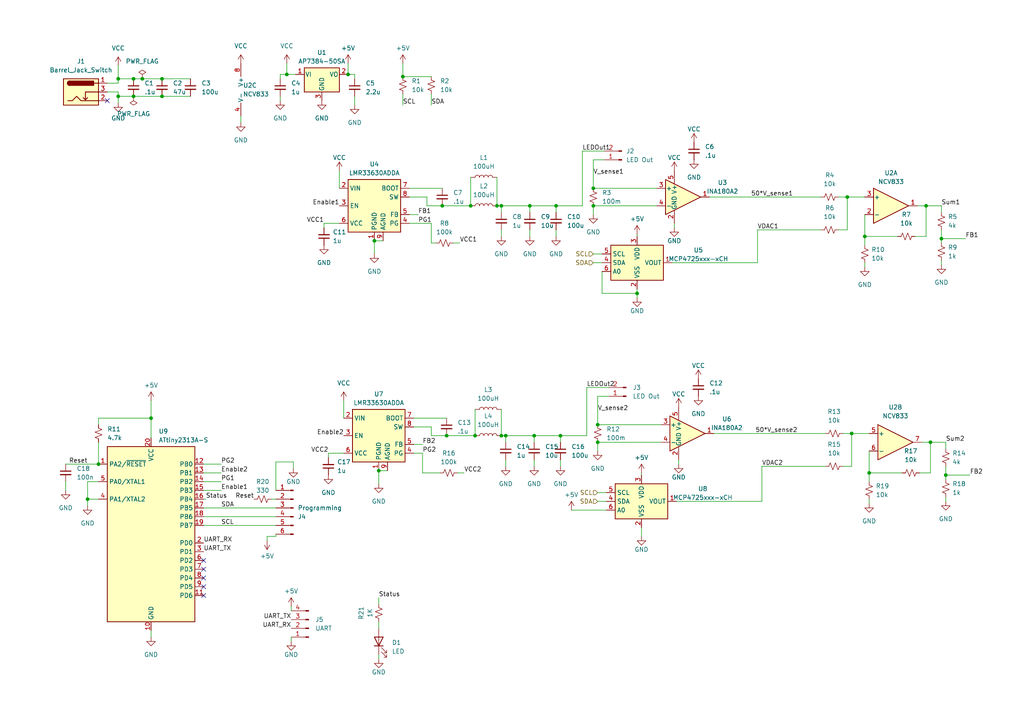
<source format=kicad_sch>
(kicad_sch (version 20230121) (generator eeschema)
  (paper "A4")
  (lib_symbols
    (symbol "Amplifier_Current:INA180A2" (pin_names (offset 0.127))
      (property "Reference" "U" (at 3.81 3.81 0))
      (property "Value" "INA180A2" (at 3.81 -2.54 0))
      (symbol "INA180A2_0_1"
        (polyline (pts (xy 5.08 0) (xy -5.08 5.08) (xy -5.08 -5.08) (xy 5.08 0)) (stroke (width 0.254)) (fill (type background)))
      )
      (symbol "INA180A2_1_1"
        (pin output line (at 7.62 0 180) (length 2.54) (name "~") (number "1"))
        (pin power_in line (at -2.54 -7.62 90) (length 3.81) (name "GND") (number "2"))
        (pin input line (at -7.62 2.54 0) (length 2.54) (name "+") (number "3"))
        (pin input line (at -7.62 -2.54 0) (length 2.54) (name "-") (number "4"))
        (pin power_in line (at -2.54 7.62 270) (length 3.81) (name "V+") (number "5"))
      )
    )
    (symbol "Amplifier_Operational:LM358" (pin_names (offset 0.127))
      (property "Reference" "U" (at 0 5.08 0))
      (property "Value" "LM358" (at 0 -5.08 0))
      (symbol "LM358_1_1"
        (polyline (pts (xy -5.08 5.08) (xy 5.08 0) (xy -5.08 -5.08) (xy -5.08 5.08)) (stroke (width 0.254)) (fill (type background)))
        (pin output line (at 7.62 0 180) (length 2.54) (name "~") (number "1"))
        (pin input line (at -7.62 -2.54 0) (length 2.54) (name "-") (number "2"))
        (pin input line (at -7.62 2.54 0) (length 2.54) (name "+") (number "3"))
      )
      (symbol "LM358_2_1"
        (polyline (pts (xy -5.08 5.08) (xy 5.08 0) (xy -5.08 -5.08) (xy -5.08 5.08)) (stroke (width 0.254)) (fill (type background)))
        (pin input line (at -7.62 2.54 0) (length 2.54) (name "+") (number "5"))
        (pin input line (at -7.62 -2.54 0) (length 2.54) (name "-") (number "6"))
        (pin output line (at 7.62 0 180) (length 2.54) (name "~") (number "7"))
      )
      (symbol "LM358_3_1"
        (pin power_in line (at -2.54 -7.62 90) (length 3.81) (name "V-") (number "4"))
        (pin power_in line (at -2.54 7.62 270) (length 3.81) (name "V+") (number "8"))
      )
    )
    (symbol "Analog_DAC:MCP4725xxx-xCH"
      (property "Reference" "U" (at -6.35 6.35 0))
      (property "Value" "MCP4725xxx-xCH" (at 8.89 6.35 0))
      (symbol "MCP4725xxx-xCH_0_1"
        (rectangle (start -7.62 5.08) (end 7.62 -5.08) (stroke (width 0.254)) (fill (type background)))
      )
      (symbol "MCP4725xxx-xCH_1_1"
        (pin output line (at 10.16 0 180) (length 2.54) (name "VOUT") (number "1"))
        (pin power_in line (at 0 -7.62 90) (length 2.54) (name "VSS") (number "2"))
        (pin power_in line (at 0 7.62 270) (length 2.54) (name "VDD") (number "3"))
        (pin bidirectional line (at -10.16 0 0) (length 2.54) (name "SDA") (number "4"))
        (pin input line (at -10.16 2.54 0) (length 2.54) (name "SCL") (number "5"))
        (pin input line (at -10.16 -2.54 0) (length 2.54) (name "A0") (number "6"))
      )
    )
    (symbol "Connector:Barrel_Jack_Switch" (pin_names hide)
      (property "Reference" "J" (at 0 5.334 0))
      (property "Value" "Barrel_Jack_Switch" (at 0 -5.08 0))
      (symbol "Barrel_Jack_Switch_0_1"
        (rectangle (start -5.08 3.81) (end 5.08 -3.81) (stroke (width 0.254)) (fill (type background)))
        (arc (start -3.302 3.175) (mid -3.9343 2.54) (end -3.302 1.905) (stroke (width 0.254)))
        (arc (start -3.302 3.175) (mid -3.9343 2.54) (end -3.302 1.905) (stroke (width 0.254)) (fill (type outline)))
        (polyline (pts (xy 1.27 -2.286) (xy 1.905 -1.651)) (stroke (width 0.254)))
        (polyline (pts (xy 5.08 2.54) (xy 3.81 2.54)) (stroke (width 0.254)))
        (polyline (pts (xy 5.08 0) (xy 1.27 0) (xy 1.27 -2.286) (xy 0.635 -1.651)) (stroke (width 0.254)))
        (polyline (pts (xy -3.81 -2.54) (xy -2.54 -2.54) (xy -1.27 -1.27) (xy 0 -2.54) (xy 2.54 -2.54) (xy 5.08 -2.54)) (stroke (width 0.254)))
        (rectangle (start 3.683 3.175) (end -3.302 1.905) (stroke (width 0.254)) (fill (type outline)))
      )
      (symbol "Barrel_Jack_Switch_1_1"
        (pin passive line (at 7.62 2.54 180) (length 2.54) (name "~") (number "1"))
        (pin passive line (at 7.62 -2.54 180) (length 2.54) (name "~") (number "2"))
        (pin passive line (at 7.62 0 180) (length 2.54) (name "~") (number "3"))
      )
    )
    (symbol "Connector:Conn_01x02_Pin" (pin_names (offset 1.016) hide)
      (property "Reference" "J" (at 0 2.54 0))
      (property "Value" "Conn_01x02_Pin" (at 0 -5.08 0))
      (symbol "Conn_01x02_Pin_1_1"
        (polyline (pts (xy 1.27 -2.54) (xy 0.8636 -2.54)) (stroke (width 0.1524)))
        (polyline (pts (xy 1.27 0) (xy 0.8636 0)) (stroke (width 0.1524)))
        (rectangle (start 0.8636 -2.413) (end 0 -2.667) (stroke (width 0.1524)) (fill (type outline)))
        (rectangle (start 0.8636 0.127) (end 0 -0.127) (stroke (width 0.1524)) (fill (type outline)))
        (pin passive line (at 5.08 0 180) (length 3.81) (name "Pin_1") (number "1"))
        (pin passive line (at 5.08 -2.54 180) (length 3.81) (name "Pin_2") (number "2"))
      )
    )
    (symbol "Connector:Conn_01x04_Pin" (pin_names (offset 1.016) hide)
      (property "Reference" "J" (at 0 5.08 0))
      (property "Value" "Conn_01x04_Pin" (at 0 -7.62 0))
      (symbol "Conn_01x04_Pin_1_1"
        (polyline (pts (xy 1.27 -5.08) (xy 0.8636 -5.08)) (stroke (width 0.1524)))
        (polyline (pts (xy 1.27 -2.54) (xy 0.8636 -2.54)) (stroke (width 0.1524)))
        (polyline (pts (xy 1.27 0) (xy 0.8636 0)) (stroke (width 0.1524)))
        (polyline (pts (xy 1.27 2.54) (xy 0.8636 2.54)) (stroke (width 0.1524)))
        (rectangle (start 0.8636 -4.953) (end 0 -5.207) (stroke (width 0.1524)) (fill (type outline)))
        (rectangle (start 0.8636 -2.413) (end 0 -2.667) (stroke (width 0.1524)) (fill (type outline)))
        (rectangle (start 0.8636 0.127) (end 0 -0.127) (stroke (width 0.1524)) (fill (type outline)))
        (rectangle (start 0.8636 2.667) (end 0 2.413) (stroke (width 0.1524)) (fill (type outline)))
        (pin passive line (at 5.08 2.54 180) (length 3.81) (name "Pin_1") (number "1"))
        (pin passive line (at 5.08 0 180) (length 3.81) (name "Pin_2") (number "2"))
        (pin passive line (at 5.08 -2.54 180) (length 3.81) (name "Pin_3") (number "3"))
        (pin passive line (at 5.08 -5.08 180) (length 3.81) (name "Pin_4") (number "4"))
      )
    )
    (symbol "Connector:Conn_01x06_Pin" (pin_names (offset 1.016) hide)
      (property "Reference" "J" (at 0 7.62 0))
      (property "Value" "Conn_01x06_Pin" (at 0 -10.16 0))
      (symbol "Conn_01x06_Pin_1_1"
        (polyline (pts (xy 1.27 -7.62) (xy 0.8636 -7.62)) (stroke (width 0.1524)))
        (polyline (pts (xy 1.27 -5.08) (xy 0.8636 -5.08)) (stroke (width 0.1524)))
        (polyline (pts (xy 1.27 -2.54) (xy 0.8636 -2.54)) (stroke (width 0.1524)))
        (polyline (pts (xy 1.27 0) (xy 0.8636 0)) (stroke (width 0.1524)))
        (polyline (pts (xy 1.27 2.54) (xy 0.8636 2.54)) (stroke (width 0.1524)))
        (polyline (pts (xy 1.27 5.08) (xy 0.8636 5.08)) (stroke (width 0.1524)))
        (rectangle (start 0.8636 -7.493) (end 0 -7.747) (stroke (width 0.1524)) (fill (type outline)))
        (rectangle (start 0.8636 -4.953) (end 0 -5.207) (stroke (width 0.1524)) (fill (type outline)))
        (rectangle (start 0.8636 -2.413) (end 0 -2.667) (stroke (width 0.1524)) (fill (type outline)))
        (rectangle (start 0.8636 0.127) (end 0 -0.127) (stroke (width 0.1524)) (fill (type outline)))
        (rectangle (start 0.8636 2.667) (end 0 2.413) (stroke (width 0.1524)) (fill (type outline)))
        (rectangle (start 0.8636 5.207) (end 0 4.953) (stroke (width 0.1524)) (fill (type outline)))
        (pin passive line (at 5.08 5.08 180) (length 3.81) (name "Pin_1") (number "1"))
        (pin passive line (at 5.08 2.54 180) (length 3.81) (name "Pin_2") (number "2"))
        (pin passive line (at 5.08 0 180) (length 3.81) (name "Pin_3") (number "3"))
        (pin passive line (at 5.08 -2.54 180) (length 3.81) (name "Pin_4") (number "4"))
        (pin passive line (at 5.08 -5.08 180) (length 3.81) (name "Pin_5") (number "5"))
        (pin passive line (at 5.08 -7.62 180) (length 3.81) (name "Pin_6") (number "6"))
      )
    )
    (symbol "Device:C_Small" (pin_numbers hide) (pin_names (offset 0.254) hide)
      (property "Reference" "C" (at 0.254 1.778 0))
      (property "Value" "C_Small" (at 0.254 -2.032 0))
      (symbol "C_Small_0_1"
        (polyline (pts (xy -1.524 -0.508) (xy 1.524 -0.508)) (stroke (width 0.3302)))
        (polyline (pts (xy -1.524 0.508) (xy 1.524 0.508)) (stroke (width 0.3048)))
      )
      (symbol "C_Small_1_1"
        (pin passive line (at 0 2.54 270) (length 2.032) (name "~") (number "1"))
        (pin passive line (at 0 -2.54 90) (length 2.032) (name "~") (number "2"))
      )
    )
    (symbol "Device:L" (pin_numbers hide) (pin_names (offset 1.016) hide)
      (property "Reference" "L" (at -1.27 0 90))
      (property "Value" "L" (at 1.905 0 90))
      (symbol "L_0_1"
        (arc (start 0 -2.54) (mid 0.6323 -1.905) (end 0 -1.27))
        (arc (start 0 -1.27) (mid 0.6323 -0.635) (end 0 0))
        (arc (start 0 0) (mid 0.6323 0.635) (end 0 1.27))
        (arc (start 0 1.27) (mid 0.6323 1.905) (end 0 2.54))
      )
      (symbol "L_1_1"
        (pin passive line (at 0 3.81 270) (length 1.27) (name "1") (number "1"))
        (pin passive line (at 0 -3.81 90) (length 1.27) (name "2") (number "2"))
      )
    )
    (symbol "Device:LED" (pin_numbers hide) (pin_names (offset 1.016) hide)
      (property "Reference" "D" (at 0 2.54 0))
      (property "Value" "LED" (at 0 -2.54 0))
      (symbol "LED_0_1"
        (polyline (pts (xy -1.27 -1.27) (xy -1.27 1.27)) (stroke (width 0.254)))
        (polyline (pts (xy -1.27 0) (xy 1.27 0)))
        (polyline (pts (xy 1.27 -1.27) (xy 1.27 1.27) (xy -1.27 0) (xy 1.27 -1.27)) (stroke (width 0.254)))
        (polyline (pts (xy -3.048 -0.762) (xy -4.572 -2.286) (xy -3.81 -2.286) (xy -4.572 -2.286) (xy -4.572 -1.524)))
        (polyline (pts (xy -1.778 -0.762) (xy -3.302 -2.286) (xy -2.54 -2.286) (xy -3.302 -2.286) (xy -3.302 -1.524)))
      )
      (symbol "LED_1_1"
        (pin passive line (at -3.81 0 0) (length 2.54) (name "K") (number "1"))
        (pin passive line (at 3.81 0 180) (length 2.54) (name "A") (number "2"))
      )
    )
    (symbol "Device:R_Small_US" (pin_numbers hide) (pin_names (offset 0.254) hide)
      (property "Reference" "R" (at 0.762 0.508 0))
      (property "Value" "R_Small_US" (at 0.762 -1.016 0))
      (symbol "R_Small_US_1_1"
        (polyline (pts (xy 0 0) (xy 1.016 -0.381) (xy 0 -0.762) (xy -1.016 -1.143) (xy 0 -1.524)))
        (polyline (pts (xy 0 1.524) (xy 1.016 1.143) (xy 0 0.762) (xy -1.016 0.381) (xy 0 0)))
        (pin passive line (at 0 2.54 270) (length 1.016) (name "~") (number "1"))
        (pin passive line (at 0 -2.54 90) (length 1.016) (name "~") (number "2"))
      )
    )
    (symbol "MCU_Microchip_ATtiny:ATtiny2313A-S"
      (property "Reference" "U" (at -12.7 26.67 0))
      (property "Value" "ATtiny2313A-S" (at 2.54 -26.67 0))
      (symbol "ATtiny2313A-S_0_1"
        (rectangle (start -12.7 -25.4) (end 12.7 25.4) (stroke (width 0.254)) (fill (type background)))
      )
      (symbol "ATtiny2313A-S_1_1"
        (pin bidirectional line (at -15.24 20.32 0) (length 2.54) (name "PA2/~{RESET}") (number "1"))
        (pin power_in line (at 0 -27.94 90) (length 2.54) (name "GND") (number "10"))
        (pin bidirectional line (at 15.24 -17.78 180) (length 2.54) (name "PD6") (number "11"))
        (pin bidirectional line (at 15.24 20.32 180) (length 2.54) (name "PB0") (number "12"))
        (pin bidirectional line (at 15.24 17.78 180) (length 2.54) (name "PB1") (number "13"))
        (pin bidirectional line (at 15.24 15.24 180) (length 2.54) (name "PB2") (number "14"))
        (pin bidirectional line (at 15.24 12.7 180) (length 2.54) (name "PB3") (number "15"))
        (pin bidirectional line (at 15.24 10.16 180) (length 2.54) (name "PB4") (number "16"))
        (pin bidirectional line (at 15.24 7.62 180) (length 2.54) (name "PB5") (number "17"))
        (pin bidirectional line (at 15.24 5.08 180) (length 2.54) (name "PB6") (number "18"))
        (pin bidirectional line (at 15.24 2.54 180) (length 2.54) (name "PB7") (number "19"))
        (pin bidirectional line (at 15.24 -2.54 180) (length 2.54) (name "PD0") (number "2"))
        (pin power_in line (at 0 27.94 270) (length 2.54) (name "VCC") (number "20"))
        (pin bidirectional line (at 15.24 -5.08 180) (length 2.54) (name "PD1") (number "3"))
        (pin bidirectional line (at -15.24 10.16 0) (length 2.54) (name "PA1/XTAL2") (number "4"))
        (pin bidirectional line (at -15.24 15.24 0) (length 2.54) (name "PA0/XTAL1") (number "5"))
        (pin bidirectional line (at 15.24 -7.62 180) (length 2.54) (name "PD2") (number "6"))
        (pin bidirectional line (at 15.24 -10.16 180) (length 2.54) (name "PD3") (number "7"))
        (pin bidirectional line (at 15.24 -12.7 180) (length 2.54) (name "PD4") (number "8"))
        (pin bidirectional line (at 15.24 -15.24 180) (length 2.54) (name "PD5") (number "9"))
      )
    )
    (symbol "Regulator_Linear:AP7384-50SA" (pin_names (offset 0.254))
      (property "Reference" "U" (at -3.81 3.175 0))
      (property "Value" "AP7384-50SA" (at 0 3.175 0))
      (symbol "AP7384-50SA_0_1"
        (rectangle (start -5.08 1.905) (end 5.08 -5.08) (stroke (width 0.254)) (fill (type background)))
      )
      (symbol "AP7384-50SA_1_1"
        (pin power_in line (at -7.62 0 0) (length 2.54) (name "VI") (number "1"))
        (pin power_out line (at 7.62 0 180) (length 2.54) (name "VO") (number "2"))
        (pin power_in line (at 0 -7.62 90) (length 2.54) (name "GND") (number "3"))
      )
    )
    (symbol "Regulator_Switching:LMR33630ADDA"
      (property "Reference" "U" (at 0 11.43 0))
      (property "Value" "LMR33630ADDA" (at 0 8.89 0))
      (symbol "LMR33630ADDA_0_1"
        (rectangle (start -7.62 7.62) (end 7.62 -7.62) (stroke (width 0.254)) (fill (type background)))
      )
      (symbol "LMR33630ADDA_1_1"
        (pin power_in line (at 0 -10.16 90) (length 2.54) (name "PGND") (number "1"))
        (pin power_in line (at -10.16 5.08 0) (length 2.54) (name "VIN") (number "2"))
        (pin input line (at -10.16 0 0) (length 2.54) (name "EN") (number "3"))
        (pin open_collector line (at 10.16 -5.08 180) (length 2.54) (name "PG") (number "4"))
        (pin input line (at 10.16 -2.54 180) (length 2.54) (name "FB") (number "5"))
        (pin power_out line (at -10.16 -5.08 0) (length 2.54) (name "VCC") (number "6"))
        (pin input line (at 10.16 5.08 180) (length 2.54) (name "BOOT") (number "7"))
        (pin output line (at 10.16 2.54 180) (length 2.54) (name "SW") (number "8"))
        (pin power_in line (at 2.54 -10.16 90) (length 2.54) (name "AGND") (number "9"))
      )
    )
    (symbol "power:+5V" (power) (pin_names (offset 0))
      (property "Value" "+5V" (at 0 3.556 0))
      (symbol "+5V_0_1"
        (polyline (pts (xy -0.762 1.27) (xy 0 2.54)))
        (polyline (pts (xy 0 0) (xy 0 2.54)))
        (polyline (pts (xy 0 2.54) (xy 0.762 1.27)))
      )
      (symbol "+5V_1_1"
        (pin power_in line (at 0 0 90) (length 0) hide (name "+5V") (number "1"))
      )
    )
    (symbol "power:GND" (power) (pin_names (offset 0))
      (property "Value" "GND" (at 0 -3.81 0))
      (symbol "GND_0_1"
        (polyline (pts (xy 0 0) (xy 0 -1.27) (xy 1.27 -1.27) (xy 0 -2.54) (xy -1.27 -1.27) (xy 0 -1.27)))
      )
      (symbol "GND_1_1"
        (pin power_in line (at 0 0 270) (length 0) hide (name "GND") (number "1"))
      )
    )
    (symbol "power:PWR_FLAG" (power) (pin_numbers hide) (pin_names (offset 0) hide)
      (property "Value" "PWR_FLAG" (at 0 3.81 0))
      (symbol "PWR_FLAG_0_0"
        (pin power_out line (at 0 0 90) (length 0) (name "pwr") (number "1"))
      )
      (symbol "PWR_FLAG_0_1"
        (polyline (pts (xy 0 0) (xy 0 1.27) (xy -1.016 1.905) (xy 0 2.54) (xy 1.016 1.905) (xy 0 1.27)))
      )
    )
    (symbol "power:VCC" (power) (pin_names (offset 0))
      (property "Value" "VCC" (at 0 3.81 0))
      (symbol "VCC_0_1"
        (polyline (pts (xy -0.762 1.27) (xy 0 2.54)))
        (polyline (pts (xy 0 0) (xy 0 2.54)))
        (polyline (pts (xy 0 2.54) (xy 0.762 1.27)))
      )
      (symbol "VCC_1_1"
        (pin power_in line (at 0 0 90) (length 0) hide (name "VCC") (number "1"))
      )
    )
  )
  (junction (at 153.67 59.69))
  (junction (at 46.99 27.94))
  (junction (at 109.855 136.525))
  (junction (at 144.145 59.69))
  (junction (at 268.605 59.69))
  (junction (at 43.815 121.285))
  (junction (at 245.745 57.15))
  (junction (at 146.685 126.365))
  (junction (at 128.27 59.69))
  (junction (at 28.575 134.62))
  (junction (at 83.185 21.59))
  (junction (at 100.965 21.59))
  (junction (at 136.525 59.69))
  (junction (at 173.355 128.27))
  (junction (at 108.585 69.85))
  (junction (at 252.095 137.16))
  (junction (at 274.32 137.795))
  (junction (at 129.54 126.365))
  (junction (at 46.99 22.86))
  (junction (at 145.415 126.365))
  (junction (at 250.825 68.58))
  (junction (at 137.795 126.365))
  (junction (at 25.4 144.78))
  (junction (at 154.94 126.365))
  (junction (at 161.29 59.69))
  (junction (at 34.29 27.94))
  (junction (at 247.015 125.73))
  (junction (at 172.085 54.61))
  (junction (at 184.785 85.09))
  (junction (at 172.085 59.69))
  (junction (at 273.05 69.215))
  (junction (at 116.84 22.225))
  (junction (at 38.735 22.86))
  (junction (at 173.355 123.19))
  (junction (at 145.415 59.69))
  (junction (at 269.875 128.27))
  (junction (at 34.29 22.86))
  (junction (at 38.735 27.94))
  (junction (at 162.56 126.365))
  (junction (at 41.275 22.86))
  (no_connect (at 31.115 29.21))
  (no_connect (at 59.055 165.1))
  (no_connect (at 59.055 162.56))
  (no_connect (at 59.055 170.18))
  (no_connect (at 59.055 172.72))
  (no_connect (at 59.055 167.64))
  (wire (pts (xy 38.735 22.86) (xy 41.275 22.86)))
  (wire (pts (xy 84.455 175.895) (xy 84.455 177.165)))
  (wire (pts (xy 196.85 134.62) (xy 196.85 133.35)))
  (wire (pts (xy 153.67 59.69) (xy 161.29 59.69)))
  (wire (pts (xy 83.185 21.59) (xy 85.725 21.59)))
  (wire (pts (xy 116.84 27.305) (xy 116.84 30.48)))
  (wire (pts (xy 186.055 137.16) (xy 186.055 137.795)))
  (wire (pts (xy 207.01 125.73) (xy 239.395 125.73)))
  (wire (pts (xy 34.29 26.67) (xy 34.29 27.94)))
  (wire (pts (xy 273.05 66.675) (xy 273.05 69.215)))
  (wire (pts (xy 174.625 85.09) (xy 184.785 85.09)))
  (wire (pts (xy 205.74 57.15) (xy 238.125 57.15)))
  (wire (pts (xy 59.69 144.78) (xy 59.055 144.78)))
  (wire (pts (xy 77.47 155.575) (xy 77.47 156.845)))
  (wire (pts (xy 38.735 27.94) (xy 46.99 27.94)))
  (wire (pts (xy 43.815 116.205) (xy 43.815 121.285)))
  (wire (pts (xy 120.015 121.285) (xy 129.54 121.285)))
  (wire (pts (xy 170.18 112.395) (xy 170.18 126.365)))
  (wire (pts (xy 93.98 64.77) (xy 98.425 64.77)))
  (wire (pts (xy 146.685 126.365) (xy 154.94 126.365)))
  (wire (pts (xy 100.965 18.415) (xy 100.965 21.59)))
  (wire (pts (xy 128.27 59.69) (xy 136.525 59.69)))
  (wire (pts (xy 273.05 76.835) (xy 273.05 75.565)))
  (wire (pts (xy 172.085 62.23) (xy 172.085 59.69)))
  (wire (pts (xy 274.32 135.255) (xy 274.32 137.795)))
  (wire (pts (xy 123.825 57.15) (xy 118.745 57.15)))
  (wire (pts (xy 170.18 112.395) (xy 176.53 112.395)))
  (wire (pts (xy 172.085 76.2) (xy 174.625 76.2)))
  (wire (pts (xy 41.275 22.86) (xy 46.99 22.86)))
  (wire (pts (xy 184.785 85.09) (xy 184.785 83.82)))
  (wire (pts (xy 46.99 27.94) (xy 55.245 27.94)))
  (wire (pts (xy 268.605 59.69) (xy 273.05 59.69)))
  (wire (pts (xy 59.055 139.7) (xy 64.135 139.7)))
  (wire (pts (xy 244.475 135.255) (xy 247.015 135.255)))
  (wire (pts (xy 125.095 27.305) (xy 125.095 30.48)))
  (wire (pts (xy 123.825 59.69) (xy 123.825 57.15)))
  (wire (pts (xy 274.32 137.795) (xy 274.32 139.065)))
  (wire (pts (xy 80.01 133.985) (xy 80.01 142.24)))
  (wire (pts (xy 131.445 70.485) (xy 133.35 70.485)))
  (wire (pts (xy 274.32 145.415) (xy 274.32 144.145)))
  (wire (pts (xy 173.355 145.415) (xy 175.895 145.415)))
  (wire (pts (xy 95.25 131.445) (xy 99.695 131.445)))
  (wire (pts (xy 184.785 67.945) (xy 184.785 68.58)))
  (wire (pts (xy 219.71 66.675) (xy 238.125 66.675)))
  (wire (pts (xy 252.095 130.81) (xy 252.095 137.16)))
  (wire (pts (xy 274.32 128.27) (xy 274.32 130.175)))
  (wire (pts (xy 194.945 76.2) (xy 219.71 76.2)))
  (wire (pts (xy 245.745 57.15) (xy 250.825 57.15)))
  (wire (pts (xy 161.29 59.69) (xy 168.91 59.69)))
  (wire (pts (xy 173.355 114.935) (xy 173.355 123.19)))
  (wire (pts (xy 173.355 130.81) (xy 173.355 128.27)))
  (wire (pts (xy 269.875 128.27) (xy 274.32 128.27)))
  (wire (pts (xy 174.625 78.74) (xy 174.625 85.09)))
  (wire (pts (xy 250.825 68.58) (xy 260.35 68.58)))
  (wire (pts (xy 132.715 137.16) (xy 134.62 137.16)))
  (wire (pts (xy 28.575 123.19) (xy 28.575 121.285)))
  (wire (pts (xy 116.84 18.415) (xy 116.84 22.225)))
  (wire (pts (xy 244.475 125.73) (xy 247.015 125.73)))
  (wire (pts (xy 85.09 133.985) (xy 80.01 133.985)))
  (wire (pts (xy 81.28 27.94) (xy 81.28 29.21)))
  (wire (pts (xy 109.855 136.525) (xy 109.855 140.335)))
  (wire (pts (xy 116.84 22.225) (xy 125.095 22.225)))
  (wire (pts (xy 268.605 68.58) (xy 265.43 68.58)))
  (wire (pts (xy 172.085 46.355) (xy 172.085 54.61)))
  (wire (pts (xy 109.855 173.355) (xy 109.855 175.26)))
  (wire (pts (xy 175.26 46.355) (xy 172.085 46.355)))
  (wire (pts (xy 252.095 137.16) (xy 252.095 139.7)))
  (wire (pts (xy 250.825 68.58) (xy 250.825 71.12)))
  (wire (pts (xy 175.895 147.955) (xy 165.735 147.955)))
  (wire (pts (xy 84.455 186.055) (xy 84.455 184.785)))
  (wire (pts (xy 162.56 128.27) (xy 162.56 126.365)))
  (wire (pts (xy 125.095 123.825) (xy 120.015 123.825)))
  (wire (pts (xy 59.055 137.16) (xy 64.135 137.16)))
  (wire (pts (xy 273.05 59.69) (xy 273.05 61.595)))
  (wire (pts (xy 80.01 155.575) (xy 80.01 154.94)))
  (wire (pts (xy 186.055 153.035) (xy 186.055 155.575)))
  (wire (pts (xy 112.395 136.525) (xy 109.855 136.525)))
  (wire (pts (xy 83.185 18.415) (xy 83.185 21.59)))
  (wire (pts (xy 59.055 149.86) (xy 80.01 149.86)))
  (wire (pts (xy 122.555 137.16) (xy 122.555 131.445)))
  (wire (pts (xy 81.28 22.86) (xy 81.28 21.59)))
  (wire (pts (xy 125.095 70.485) (xy 126.365 70.485)))
  (wire (pts (xy 93.98 64.77) (xy 93.98 66.04)))
  (wire (pts (xy 172.085 54.61) (xy 190.5 54.61)))
  (wire (pts (xy 172.085 59.69) (xy 190.5 59.69)))
  (wire (pts (xy 98.425 49.53) (xy 98.425 54.61)))
  (wire (pts (xy 25.4 144.78) (xy 25.4 146.685)))
  (wire (pts (xy 274.32 137.795) (xy 281.305 137.795)))
  (wire (pts (xy 34.29 27.94) (xy 34.29 29.845)))
  (wire (pts (xy 137.795 118.745) (xy 137.795 126.365)))
  (wire (pts (xy 146.685 128.27) (xy 146.685 126.365)))
  (wire (pts (xy 243.205 66.675) (xy 245.745 66.675)))
  (wire (pts (xy 111.125 69.85) (xy 108.585 69.85)))
  (wire (pts (xy 108.585 69.85) (xy 108.585 73.66)))
  (wire (pts (xy 78.74 144.78) (xy 80.01 144.78)))
  (wire (pts (xy 31.115 24.13) (xy 34.29 24.13)))
  (wire (pts (xy 219.71 66.675) (xy 219.71 76.2)))
  (wire (pts (xy 38.735 22.86) (xy 34.29 22.86)))
  (wire (pts (xy 69.85 35.56) (xy 69.85 33.655)))
  (wire (pts (xy 19.05 142.24) (xy 19.05 139.7)))
  (wire (pts (xy 273.05 69.215) (xy 280.035 69.215)))
  (wire (pts (xy 153.67 68.58) (xy 153.67 66.675)))
  (wire (pts (xy 136.525 51.435) (xy 136.525 59.69)))
  (wire (pts (xy 28.575 128.27) (xy 28.575 134.62)))
  (wire (pts (xy 28.575 139.7) (xy 25.4 139.7)))
  (wire (pts (xy 125.095 64.77) (xy 118.745 64.77)))
  (wire (pts (xy 59.055 152.4) (xy 80.01 152.4)))
  (wire (pts (xy 34.29 24.13) (xy 34.29 22.86)))
  (wire (pts (xy 102.87 30.48) (xy 102.87 27.94)))
  (wire (pts (xy 154.94 135.255) (xy 154.94 133.35)))
  (wire (pts (xy 59.055 134.62) (xy 64.135 134.62)))
  (wire (pts (xy 46.99 22.86) (xy 55.245 22.86)))
  (wire (pts (xy 252.095 146.05) (xy 252.095 144.78)))
  (wire (pts (xy 168.91 43.815) (xy 175.26 43.815)))
  (wire (pts (xy 243.205 57.15) (xy 245.745 57.15)))
  (wire (pts (xy 144.145 59.69) (xy 145.415 59.69)))
  (wire (pts (xy 120.015 128.905) (xy 122.555 128.905)))
  (wire (pts (xy 220.98 135.255) (xy 220.98 145.415)))
  (wire (pts (xy 269.875 128.27) (xy 269.875 137.16)))
  (wire (pts (xy 19.05 134.62) (xy 28.575 134.62)))
  (wire (pts (xy 109.855 182.245) (xy 109.855 180.34)))
  (wire (pts (xy 129.54 126.365) (xy 137.795 126.365)))
  (wire (pts (xy 269.875 137.16) (xy 266.7 137.16)))
  (wire (pts (xy 102.87 21.59) (xy 100.965 21.59)))
  (wire (pts (xy 28.575 121.285) (xy 43.815 121.285)))
  (wire (pts (xy 250.825 62.23) (xy 250.825 68.58)))
  (wire (pts (xy 122.555 137.16) (xy 127.635 137.16)))
  (wire (pts (xy 43.815 121.285) (xy 43.815 127)))
  (wire (pts (xy 109.855 191.135) (xy 109.855 189.865)))
  (wire (pts (xy 125.095 126.365) (xy 125.095 123.825)))
  (wire (pts (xy 59.055 147.32) (xy 80.01 147.32)))
  (wire (pts (xy 173.355 142.875) (xy 175.895 142.875)))
  (wire (pts (xy 120.015 131.445) (xy 122.555 131.445)))
  (wire (pts (xy 80.01 155.575) (xy 77.47 155.575)))
  (wire (pts (xy 129.54 126.365) (xy 125.095 126.365)))
  (wire (pts (xy 128.27 59.69) (xy 123.825 59.69)))
  (wire (pts (xy 34.29 19.05) (xy 34.29 22.86)))
  (wire (pts (xy 145.415 118.745) (xy 145.415 126.365)))
  (wire (pts (xy 31.115 26.67) (xy 34.29 26.67)))
  (wire (pts (xy 154.94 128.27) (xy 154.94 126.365)))
  (wire (pts (xy 125.095 70.485) (xy 125.095 64.77)))
  (wire (pts (xy 118.745 54.61) (xy 128.27 54.61)))
  (wire (pts (xy 102.87 22.86) (xy 102.87 21.59)))
  (wire (pts (xy 162.56 126.365) (xy 170.18 126.365)))
  (wire (pts (xy 34.29 27.94) (xy 38.735 27.94)))
  (wire (pts (xy 81.28 21.59) (xy 83.185 21.59)))
  (wire (pts (xy 85.09 133.985) (xy 85.09 135.89)))
  (wire (pts (xy 245.745 66.675) (xy 245.745 57.15)))
  (wire (pts (xy 145.415 61.595) (xy 145.415 59.69)))
  (wire (pts (xy 173.355 123.19) (xy 191.77 123.19)))
  (wire (pts (xy 196.215 145.415) (xy 220.98 145.415)))
  (wire (pts (xy 173.355 128.27) (xy 191.77 128.27)))
  (wire (pts (xy 59.055 142.24) (xy 64.135 142.24)))
  (wire (pts (xy 162.56 135.255) (xy 162.56 133.35)))
  (wire (pts (xy 176.53 114.935) (xy 173.355 114.935)))
  (wire (pts (xy 144.145 51.435) (xy 144.145 59.69)))
  (wire (pts (xy 252.095 137.16) (xy 261.62 137.16)))
  (wire (pts (xy 161.29 61.595) (xy 161.29 59.69)))
  (wire (pts (xy 247.015 135.255) (xy 247.015 125.73)))
  (wire (pts (xy 145.415 126.365) (xy 146.685 126.365)))
  (wire (pts (xy 118.745 62.23) (xy 121.285 62.23)))
  (wire (pts (xy 195.58 66.04) (xy 195.58 64.77)))
  (wire (pts (xy 161.29 68.58) (xy 161.29 66.675)))
  (wire (pts (xy 43.815 182.88) (xy 43.815 184.785)))
  (wire (pts (xy 250.825 77.47) (xy 250.825 76.2)))
  (wire (pts (xy 168.91 43.815) (xy 168.91 59.69)))
  (wire (pts (xy 25.4 144.78) (xy 28.575 144.78)))
  (wire (pts (xy 95.25 131.445) (xy 95.25 132.715)))
  (wire (pts (xy 269.875 128.27) (xy 267.335 128.27)))
  (wire (pts (xy 268.605 59.69) (xy 268.605 68.58)))
  (wire (pts (xy 273.05 69.215) (xy 273.05 70.485)))
  (wire (pts (xy 268.605 59.69) (xy 266.065 59.69)))
  (wire (pts (xy 153.67 61.595) (xy 153.67 59.69)))
  (wire (pts (xy 146.685 135.255) (xy 146.685 133.35)))
  (wire (pts (xy 184.785 86.36) (xy 184.785 85.09)))
  (wire (pts (xy 154.94 126.365) (xy 162.56 126.365)))
  (wire (pts (xy 145.415 59.69) (xy 153.67 59.69)))
  (wire (pts (xy 220.98 135.255) (xy 239.395 135.255)))
  (wire (pts (xy 247.015 125.73) (xy 252.095 125.73)))
  (wire (pts (xy 99.695 116.205) (xy 99.695 121.285)))
  (wire (pts (xy 172.085 73.66) (xy 174.625 73.66)))
  (wire (pts (xy 25.4 139.7) (xy 25.4 144.78)))
  (wire (pts (xy 145.415 68.58) (xy 145.415 66.675)))
  (label "VCC1" (at 93.98 64.77 180))
  (label "PG2" (at 64.135 134.62 0))
  (label "FB2" (at 122.555 128.905 0))
  (label "UART_RX" (at 59.055 157.48 0))
  (label "Reset" (at 25.4 134.62 180))
  (label "SCL" (at 64.135 152.4 0))
  (label "Enable1" (at 98.425 59.69 180))
  (label "VCC1" (at 133.35 70.485 0))
  (label "Reset" (at 73.66 144.78 180))
  (label "UART_TX" (at 59.055 160.02 0))
  (label "V_sense2" (at 173.355 119.38 0))
  (label "UART_RX" (at 84.455 182.245 180))
  (label "50*V_sense1" (at 217.805 57.15 0))
  (label "Enable1" (at 64.135 142.24 0))
  (label "UART_TX" (at 84.455 179.705 180))
  (label "Enable2" (at 99.695 126.365 180))
  (label "VCC2" (at 95.25 131.445 180))
  (label "PG1" (at 64.135 139.7 0))
  (label "V_sense1" (at 172.085 50.8 0))
  (label "50*V_sense2" (at 219.075 125.73 0))
  (label "PG2" (at 122.555 131.445 0))
  (label "VCC2" (at 134.62 137.16 0))
  (label "Enable2" (at 64.135 137.16 0))
  (label "Status" (at 59.69 144.78 0))
  (label "FB1" (at 280.035 69.215 0))
  (label "Sum1" (at 273.05 59.69 0))
  (label "PG1" (at 121.285 64.77 0))
  (label "LEDOut1" (at 168.91 43.815 0))
  (label "SDA" (at 125.095 30.48 0))
  (label "SDA" (at 64.135 147.32 0))
  (label "Sum2" (at 274.32 128.27 0))
  (label "Status" (at 109.855 173.355 0))
  (label "SCL" (at 116.84 30.48 0))
  (label "VDAC2" (at 220.98 135.255 0))
  (label "FB1" (at 121.285 62.23 0))
  (label "FB2" (at 281.305 137.795 0))
  (label "VDAC1" (at 219.71 66.675 0))
  (label "LEDOut2" (at 170.18 112.395 0))
  (hierarchical_label "SCL" (shape input) (at 173.355 142.875 180))
  (hierarchical_label "SCL" (shape input) (at 172.085 73.66 180))
  (hierarchical_label "SDA" (shape input) (at 173.355 145.415 180))
  (hierarchical_label "SDA" (shape input) (at 172.085 76.2 180))
  (symbol (lib_id "power:GND") (at 34.29 29.845 0) (unit 1)
    (property "Reference" "#PWR08" (effects hide))
    (property "Value" "GND" (at 34.29 34.29 0))
  )
  (symbol (lib_id "power:GND") (at 274.32 145.415 0) (unit 1)
    (property "Reference" "#PWR041" (effects hide))
    (property "Value" "GND" (at 274.32 150.495 0))
  )
  (symbol (lib_id "power:GND") (at 81.28 29.21 0) (unit 1)
    (property "Reference" "#PWR06" (effects hide))
    (property "Value" "GND" (at 81.28 34.29 0))
  )
  (symbol (lib_id "Device:LED") (at 109.855 186.055 90) (unit 1)
    (property "Reference" "D1" (at 113.665 186.3725 90) (effects (justify right)))
    (property "Value" "LED" (at 113.665 188.9125 90) (effects (justify right)))
    (property "Footprint" "LED_SMD:LED_0805_2012Metric" (effects hide))
  )
  (symbol (lib_id "Connector:Barrel_Jack_Switch") (at 23.495 26.67 0) (unit 1)
    (property "Reference" "J1" (at 23.495 17.78 0))
    (property "Value" "Barrel_Jack_Switch" (at 23.495 20.32 0))
    (property "Footprint" "Connector_BarrelJack:BarrelJack_Horizontal" (effects hide))
  )
  (symbol (lib_id "Device:C_Small") (at 202.565 112.395 0) (unit 1)
    (property "Reference" "C12" (at 205.74 111.1313 0) (effects (justify left)))
    (property "Value" ".1u" (at 205.74 113.6713 0) (effects (justify left)))
    (property "Footprint" "Capacitor_SMD:C_0603_1608Metric" (effects hide))
  )
  (symbol (lib_id "power:GND") (at 84.455 186.055 0) (unit 1)
    (property "Reference" "#PWR049" (effects hide))
    (property "Value" "GND" (at 84.455 189.865 0))
  )
  (symbol (lib_id "power:VCC") (at 34.29 19.05 0) (unit 1)
    (property "Reference" "#PWR05" (effects hide))
    (property "Value" "VCC" (at 34.29 13.97 0))
  )
  (symbol (lib_id "power:+5V") (at 165.735 147.955 0) (unit 1)
    (property "Reference" "#PWR044" (effects hide))
    (property "Value" "+5V" (at 165.735 143.51 0))
  )
  (symbol (lib_id "power:GND") (at 85.09 135.89 0) (unit 1)
    (property "Reference" "#PWR046" (effects hide))
    (property "Value" "GND" (at 85.09 139.7 0))
  )
  (symbol (lib_id "power:GND") (at 109.855 140.335 0) (unit 1)
    (property "Reference" "#PWR039" (effects hide))
    (property "Value" "GND" (at 109.855 145.415 0))
  )
  (symbol (lib_id "Connector:Conn_01x02_Pin") (at 180.34 46.355 180) (unit 1)
    (property "Reference" "J2" (at 181.61 43.815 0) (effects (justify right)))
    (property "Value" "LED Out" (at 181.61 46.355 0) (effects (justify right)))
    (property "Footprint" "Connector_PinSocket_2.54mm:PinSocket_1x02_P2.54mm_Vertical" (effects hide))
  )
  (symbol (lib_id "power:GND") (at 102.87 30.48 0) (unit 1)
    (property "Reference" "#PWR09" (effects hide))
    (property "Value" "GND" (at 102.87 35.56 0))
  )
  (symbol (lib_id "Connector:Conn_01x02_Pin") (at 181.61 114.935 180) (unit 1)
    (property "Reference" "J3" (at 183.515 112.395 0) (effects (justify right)))
    (property "Value" "LED Out" (at 183.515 114.935 0) (effects (justify right)))
    (property "Footprint" "Connector_PinSocket_2.54mm:PinSocket_1x02_P2.54mm_Vertical" (effects hide))
  )
  (symbol (lib_id "Device:R_Small_US") (at 274.32 132.715 180) (unit 1)
    (property "Reference" "R14" (at 276.225 131.445 0) (effects (justify right)))
    (property "Value" "4k" (at 276.225 133.985 0) (effects (justify right)))
    (property "Footprint" "Resistor_SMD:R_0603_1608Metric" (effects hide))
  )
  (symbol (lib_id "Device:C_Small") (at 129.54 123.825 0) (unit 1)
    (property "Reference" "C13" (at 132.715 122.5613 0) (effects (justify left)))
    (property "Value" ".1u" (at 132.715 125.1013 0) (effects (justify left)))
    (property "Footprint" "Capacitor_SMD:C_0603_1608Metric" (effects hide))
  )
  (symbol (lib_id "power:GND") (at 19.05 142.24 0) (unit 1)
    (property "Reference" "#PWR040" (effects hide))
    (property "Value" "GND" (at 19.05 147.32 0))
  )
  (symbol (lib_id "power:GND") (at 108.585 73.66 0) (unit 1)
    (property "Reference" "#PWR022" (effects hide))
    (property "Value" "GND" (at 108.585 78.74 0))
  )
  (symbol (lib_id "Device:R_Small_US") (at 109.855 177.8 180) (unit 1)
    (property "Reference" "R21" (at 104.775 177.8 90))
    (property "Value" "1K" (at 107.315 177.8 90))
    (property "Footprint" "Resistor_SMD:R_0603_1608Metric" (effects hide))
  )
  (symbol (lib_id "power:GND") (at 273.05 76.835 0) (unit 1)
    (property "Reference" "#PWR023" (effects hide))
    (property "Value" "GND" (at 273.05 81.915 0))
  )
  (symbol (lib_id "power:VCC") (at 99.695 116.205 0) (unit 1)
    (property "Reference" "#PWR029" (effects hide))
    (property "Value" "VCC" (at 99.695 111.125 0))
  )
  (symbol (lib_id "Amplifier_Current:INA180A2") (at 198.12 57.15 0) (unit 1)
    (property "Reference" "U3" (at 209.55 52.9591 0))
    (property "Value" "INA180A2" (at 209.55 55.4991 0))
    (property "Footprint" "Package_TO_SOT_SMD:SOT-23-5" (effects hide))
    (property "Datasheet" "http://www.ti.com/lit/ds/symlink/ina180.pdf" (effects hide))
  )
  (symbol (lib_id "power:GND") (at 184.785 86.36 0) (unit 1)
    (property "Reference" "#PWR025" (effects hide))
    (property "Value" "GND" (at 184.785 90.17 0))
  )
  (symbol (lib_id "power:VCC") (at 195.58 49.53 0) (unit 1)
    (property "Reference" "#PWR014" (effects hide))
    (property "Value" "VCC" (at 195.58 45.72 0))
  )
  (symbol (lib_id "power:GND") (at 252.095 146.05 0) (unit 1)
    (property "Reference" "#PWR042" (effects hide))
    (property "Value" "GND" (at 252.095 151.13 0))
  )
  (symbol (lib_id "Connector:Conn_01x06_Pin") (at 85.09 147.32 0) (mirror y) (unit 1)
    (property "Reference" "J4" (at 86.36 149.86 0) (effects (justify right)))
    (property "Value" "Programming" (at 86.36 147.32 0) (effects (justify right)))
    (property "Footprint" "Connector_PinSocket_2.54mm:PinSocket_1x06_P2.54mm_Vertical" (effects hide))
  )
  (symbol (lib_id "Device:R_Small_US") (at 273.05 73.025 180) (unit 1)
    (property "Reference" "R9" (at 274.955 71.755 0) (effects (justify right)))
    (property "Value" "1k" (at 274.955 74.295 0) (effects (justify right)))
    (property "Footprint" "Resistor_SMD:R_0603_1608Metric" (effects hide))
  )
  (symbol (lib_id "Connector:Conn_01x04_Pin") (at 89.535 182.245 180) (unit 1)
    (property "Reference" "J5" (at 91.44 179.705 0) (effects (justify right)))
    (property "Value" "UART" (at 91.44 182.245 0) (effects (justify right)))
    (property "Footprint" "Connector_PinSocket_2.54mm:PinSocket_1x04_P2.54mm_Vertical" (effects hide))
  )
  (symbol (lib_id "power:GND") (at 95.25 137.795 0) (unit 1)
    (property "Reference" "#PWR037" (effects hide))
    (property "Value" "GND" (at 95.25 142.875 0))
  )
  (symbol (lib_id "Device:C_Small") (at 102.87 25.4 0) (unit 1)
    (property "Reference" "C5" (at 106.045 24.1363 0) (effects (justify left)))
    (property "Value" "2.2u" (at 106.045 26.6763 0) (effects (justify left)))
    (property "Footprint" "Capacitor_SMD:C_0603_1608Metric" (effects hide))
  )
  (symbol (lib_id "Device:R_Small_US") (at 28.575 125.73 0) (unit 1)
    (property "Reference" "R11" (at 31.115 124.46 0) (effects (justify left)))
    (property "Value" "4.7k" (at 31.115 127 0) (effects (justify left)))
    (property "Footprint" "Resistor_SMD:R_0603_1608Metric" (effects hide))
  )
  (symbol (lib_id "Device:C_Small") (at 93.98 68.58 180) (unit 1)
    (property "Reference" "C11" (at 96.52 67.3036 0) (effects (justify right)))
    (property "Value" "1u" (at 96.52 69.8436 0) (effects (justify right)))
    (property "Footprint" "Capacitor_SMD:C_0603_1608Metric" (effects hide))
  )
  (symbol (lib_id "power:PWR_FLAG") (at 41.275 22.86 0) (unit 1)
    (property "Reference" "#FLG01" (effects hide))
    (property "Value" "PWR_FLAG" (at 41.275 17.78 0))
  )
  (symbol (lib_id "Device:C_Small") (at 81.28 25.4 0) (unit 1)
    (property "Reference" "C4" (at 84.455 24.1363 0) (effects (justify left)))
    (property "Value" "1u" (at 84.455 26.6763 0) (effects (justify left)))
    (property "Footprint" "Capacitor_SMD:C_0603_1608Metric" (effects hide))
  )
  (symbol (lib_id "Analog_DAC:MCP4725xxx-xCH") (at 184.785 76.2 0) (unit 1)
    (property "Reference" "U5" (at 202.565 72.5521 0))
    (property "Value" "MCP4725xxx-xCH" (at 202.565 75.0921 0))
    (property "Footprint" "Package_TO_SOT_SMD:SOT-23-6" (effects hide))
    (property "Datasheet" "http://ww1.microchip.com/downloads/en/DeviceDoc/22039d.pdf" (effects hide))
  )
  (symbol (lib_id "Regulator_Switching:LMR33630ADDA") (at 108.585 59.69 0) (unit 1)
    (property "Reference" "U4" (at 108.585 47.625 0))
    (property "Value" "LMR33630ADDA" (at 108.585 50.165 0))
    (property "Footprint" "Package_SO:Texas_HSOP-8-1EP_3.9x4.9mm_P1.27mm_ThermalVias" (effects hide))
    (property "Datasheet" "http://www.ti.com/lit/ds/symlink/lmr33630.pdf" (effects hide))
  )
  (symbol (lib_id "Device:C_Small") (at 19.05 137.16 0) (unit 1)
    (property "Reference" "C18" (at 22.225 135.8963 0) (effects (justify left)))
    (property "Value" "100n" (at 22.225 138.4363 0) (effects (justify left)))
    (property "Footprint" "Capacitor_SMD:C_0603_1608Metric" (effects hide))
  )
  (symbol (lib_id "power:VCC") (at 201.295 41.275 0) (unit 1)
    (property "Reference" "#PWR011" (effects hide))
    (property "Value" "VCC" (at 201.295 37.465 0))
  )
  (symbol (lib_id "Device:C_Small") (at 162.56 130.81 0) (unit 1)
    (property "Reference" "C16" (at 165.735 129.5463 0) (effects (justify left)))
    (property "Value" "100u" (at 165.735 132.0863 0) (effects (justify left)))
    (property "Footprint" "Capacitor_SMD:CP_Elec_6.3x7.7" (effects hide))
  )
  (symbol (lib_id "power:GND") (at 146.685 135.255 0) (unit 1)
    (property "Reference" "#PWR033" (effects hide))
    (property "Value" "GND" (at 146.685 140.335 0))
  )
  (symbol (lib_id "Device:L") (at 141.605 126.365 90) (unit 1)
    (property "Reference" "L4" (at 141.605 120.65 90))
    (property "Value" "100uH" (at 141.605 123.19 90))
    (property "Footprint" "BuckParts:IND_BOURNS_SDR1307" (effects hide))
    (property "Datasheet" "https://www.mouser.com/ProductDetail/Bourns/SDR1307-560KL?qs=jraqILX6wiRYJFPJvtTS8g%3D%3D" (effects hide))
  )
  (symbol (lib_id "Analog_DAC:MCP4725xxx-xCH") (at 186.055 145.415 0) (unit 1)
    (property "Reference" "U8" (at 203.835 141.7671 0))
    (property "Value" "MCP4725xxx-xCH" (at 203.835 144.3071 0))
    (property "Footprint" "Package_TO_SOT_SMD:SOT-23-6" (effects hide))
    (property "Datasheet" "http://ww1.microchip.com/downloads/en/DeviceDoc/22039d.pdf" (effects hide))
  )
  (symbol (lib_id "Device:C_Small") (at 161.29 64.135 0) (unit 1)
    (property "Reference" "C10" (at 164.465 62.8713 0) (effects (justify left)))
    (property "Value" "100u" (at 164.465 65.4113 0) (effects (justify left)))
    (property "Footprint" "Capacitor_SMD:CP_Elec_6.3x7.7" (effects hide))
  )
  (symbol (lib_id "power:GND") (at 172.085 62.23 0) (unit 1)
    (property "Reference" "#PWR015" (effects hide))
    (property "Value" "GND" (at 172.085 67.31 0))
  )
  (symbol (lib_id "Device:L") (at 140.335 59.69 90) (unit 1)
    (property "Reference" "L2" (at 140.335 53.975 90))
    (property "Value" "100uH" (at 140.335 56.515 90))
    (property "Footprint" "BuckParts:IND_BOURNS_SDR1307" (effects hide))
    (property "Datasheet" "https://www.mouser.com/ProductDetail/Bourns/SDR1307-560KL?qs=jraqILX6wiRYJFPJvtTS8g%3D%3D" (effects hide))
  )
  (symbol (lib_id "power:GND") (at 109.855 191.135 0) (unit 1)
    (property "Reference" "#PWR050" (effects hide))
    (property "Value" "GND" (at 109.855 194.945 0))
  )
  (symbol (lib_id "power:+5V") (at 116.84 18.415 0) (unit 1)
    (property "Reference" "#PWR04" (effects hide))
    (property "Value" "+5V" (at 116.84 13.97 0))
  )
  (symbol (lib_id "power:GND") (at 93.98 71.12 0) (unit 1)
    (property "Reference" "#PWR021" (effects hide))
    (property "Value" "GND" (at 93.98 76.2 0))
  )
  (symbol (lib_id "MCU_Microchip_ATtiny:ATtiny2313A-S") (at 43.815 154.94 0) (unit 1)
    (property "Reference" "U9" (at 46.0091 125.095 0) (effects (justify left)))
    (property "Value" "ATtiny2313A-S" (at 46.0091 127.635 0) (effects (justify left)))
    (property "Footprint" "Package_SO:SOIC-20W_7.5x12.8mm_P1.27mm" (effects hide))
    (property "Datasheet" "http://ww1.microchip.com/downloads/en/DeviceDoc/doc8246.pdf" (effects hide))
  )
  (symbol (lib_id "Device:R_Small_US") (at 250.825 73.66 180) (unit 1)
    (property "Reference" "R10" (at 252.73 72.39 0) (effects (justify right)))
    (property "Value" "10k" (at 252.73 74.93 0) (effects (justify right)))
    (property "Footprint" "Resistor_SMD:R_0603_1608Metric" (effects hide))
  )
  (symbol (lib_id "power:GND") (at 93.345 29.21 0) (unit 1)
    (property "Reference" "#PWR07" (effects hide))
    (property "Value" "GND" (at 93.345 34.29 0))
  )
  (symbol (lib_id "power:GND") (at 145.415 68.58 0) (unit 1)
    (property "Reference" "#PWR018" (effects hide))
    (property "Value" "GND" (at 145.415 73.66 0))
  )
  (symbol (lib_id "Amplifier_Operational:LM358") (at 72.39 26.035 0) (unit 3)
    (property "Reference" "U2" (at 70.485 24.765 0) (effects (justify left)))
    (property "Value" "NCV833" (at 70.485 27.305 0) (effects (justify left)))
    (property "Footprint" "Package_SO:SOIC-8_3.9x4.9mm_P1.27mm" (effects hide))
    (property "Datasheet" "http://www.ti.com/lit/ds/symlink/lm2904-n.pdf" (effects hide))
  )
  (symbol (lib_id "power:VCC") (at 196.85 118.11 0) (unit 1)
    (property "Reference" "#PWR030" (effects hide))
    (property "Value" "VCC" (at 196.85 114.3 0))
  )
  (symbol (lib_id "Device:R_Small_US") (at 241.935 125.73 270) (unit 1)
    (property "Reference" "R13" (at 241.935 119.38 90))
    (property "Value" "10k" (at 241.935 121.92 90))
    (property "Footprint" "Resistor_SMD:R_0603_1608Metric" (effects hide))
  )
  (symbol (lib_id "Device:R_Small_US") (at 116.84 24.765 0) (unit 1)
    (property "Reference" "R1" (at 119.38 23.495 0) (effects (justify left)))
    (property "Value" "10k" (at 119.38 26.035 0) (effects (justify left)))
    (property "Footprint" "Resistor_SMD:R_0603_1608Metric" (effects hide))
  )
  (symbol (lib_id "Device:R_Small_US") (at 128.905 70.485 90) (unit 1)
    (property "Reference" "R8" (at 128.905 64.77 90))
    (property "Value" "100k" (at 128.905 67.31 90))
    (property "Footprint" "Resistor_SMD:R_0603_1608Metric" (effects hide))
  )
  (symbol (lib_id "Regulator_Linear:AP7384-50SA") (at 93.345 21.59 0) (unit 1)
    (property "Reference" "U1" (at 93.345 15.24 0))
    (property "Value" "AP7384-50SA" (at 93.345 17.78 0))
    (property "Footprint" "Package_TO_SOT_SMD:SOT-23" (effects hide))
    (property "Datasheet" "https://www.diodes.com/assets/Datasheets/AP7384.pdf" (effects hide))
  )
  (symbol (lib_id "Device:C_Small") (at 154.94 130.81 0) (unit 1)
    (property "Reference" "C15" (at 158.115 129.5463 0) (effects (justify left)))
    (property "Value" "10u" (at 158.115 132.0863 0) (effects (justify left)))
    (property "Footprint" "Capacitor_SMD:C_0805_2012Metric" (effects hide))
  )
  (symbol (lib_id "power:+5V") (at 77.47 156.845 180) (unit 1)
    (property "Reference" "#PWR038" (effects hide))
    (property "Value" "+5V" (at 77.47 161.29 0))
  )
  (symbol (lib_id "Device:C_Small") (at 145.415 64.135 0) (unit 1)
    (property "Reference" "C8" (at 148.59 62.8713 0) (effects (justify left)))
    (property "Value" "1u" (at 148.59 65.4113 0) (effects (justify left)))
    (property "Footprint" "Capacitor_SMD:C_0805_2012Metric" (effects hide))
  )
  (symbol (lib_id "power:+5V") (at 43.815 116.205 0) (unit 1)
    (property "Reference" "#PWR028" (effects hide))
    (property "Value" "+5V" (at 43.815 111.76 0))
  )
  (symbol (lib_id "Device:C_Small") (at 95.25 135.255 180) (unit 1)
    (property "Reference" "C17" (at 97.79 133.9786 0) (effects (justify right)))
    (property "Value" "1u" (at 97.79 136.5186 0) (effects (justify right)))
    (property "Footprint" "Capacitor_SMD:C_0603_1608Metric" (effects hide))
  )
  (symbol (lib_id "Amplifier_Current:INA180A2") (at 199.39 125.73 0) (unit 1)
    (property "Reference" "U6" (at 210.82 121.5391 0))
    (property "Value" "INA180A2" (at 210.82 124.0791 0))
    (property "Footprint" "Package_TO_SOT_SMD:SOT-23-5" (effects hide))
    (property "Datasheet" "http://www.ti.com/lit/ds/symlink/ina180.pdf" (effects hide))
  )
  (symbol (lib_id "Device:C_Small") (at 46.99 25.4 0) (unit 1)
    (property "Reference" "C2" (at 50.165 24.1363 0) (effects (justify left)))
    (property "Value" "47u" (at 50.165 26.6763 0) (effects (justify left)))
    (property "Footprint" "Capacitor_SMD:C_0805_2012Metric" (effects hide))
  )
  (symbol (lib_id "power:GND") (at 196.85 134.62 0) (unit 1)
    (property "Reference" "#PWR032" (effects hide))
    (property "Value" "GND" (at 196.85 138.43 0))
  )
  (symbol (lib_id "Device:L") (at 140.335 51.435 90) (unit 1)
    (property "Reference" "L1" (at 140.335 45.72 90))
    (property "Value" "100uH" (at 140.335 48.26 90))
    (property "Footprint" "BuckParts:7447231101" (effects hide))
  )
  (symbol (lib_id "power:PWR_FLAG") (at 38.735 27.94 180) (unit 1)
    (property "Reference" "#FLG02" (effects hide))
    (property "Value" "PWR_FLAG" (at 38.735 33.02 0))
  )
  (symbol (lib_id "power:GND") (at 162.56 135.255 0) (unit 1)
    (property "Reference" "#PWR035" (effects hide))
    (property "Value" "GND" (at 162.56 140.335 0))
  )
  (symbol (lib_id "power:VCC") (at 202.565 109.855 0) (unit 1)
    (property "Reference" "#PWR026" (effects hide))
    (property "Value" "VCC" (at 202.565 106.045 0))
  )
  (symbol (lib_id "Device:R_Small_US") (at 130.175 137.16 90) (unit 1)
    (property "Reference" "R16" (at 130.175 131.445 90))
    (property "Value" "100k" (at 130.175 133.985 90))
    (property "Footprint" "Resistor_SMD:R_0603_1608Metric" (effects hide))
  )
  (symbol (lib_id "power:VCC") (at 98.425 49.53 0) (unit 1)
    (property "Reference" "#PWR013" (effects hide))
    (property "Value" "VCC" (at 98.425 45.72 0))
  )
  (symbol (lib_id "Device:R_Small_US") (at 76.2 144.78 90) (unit 1)
    (property "Reference" "R20" (at 76.2 139.7 90))
    (property "Value" "330" (at 76.2 142.24 90))
    (property "Footprint" "Resistor_SMD:R_0603_1608Metric" (effects hide))
  )
  (symbol (lib_id "Device:C_Small") (at 55.245 25.4 0) (unit 1)
    (property "Reference" "C3" (at 58.42 24.1363 0) (effects (justify left)))
    (property "Value" "100u" (at 58.42 26.6763 0) (effects (justify left)))
    (property "Footprint" "Capacitor_SMD:CP_Elec_6.3x7.7" (effects hide))
  )
  (symbol (lib_id "Device:R_Small_US") (at 241.935 135.255 270) (unit 1)
    (property "Reference" "R15" (at 241.935 128.905 90))
    (property "Value" "10k" (at 241.935 131.445 90))
    (property "Footprint" "Resistor_SMD:R_0603_1608Metric" (effects hide))
  )
  (symbol (lib_id "Device:R_Small_US") (at 240.665 57.15 270) (unit 1)
    (property "Reference" "R4" (at 240.665 50.8 90))
    (property "Value" "10k" (at 240.665 53.34 90))
    (property "Footprint" "Resistor_SMD:R_0603_1608Metric" (effects hide))
  )
  (symbol (lib_id "Amplifier_Operational:LM358") (at 259.715 128.27 0) (unit 2)
    (property "Reference" "U2" (at 259.715 118.11 0))
    (property "Value" "NCV833" (at 259.715 120.65 0))
    (property "Footprint" "Package_SO:SOIC-8_3.9x4.9mm_P1.27mm" (effects hide))
    (property "Datasheet" "http://www.ti.com/lit/ds/symlink/lm2904-n.pdf" (effects hide))
  )
  (symbol (lib_id "Device:R_Small_US") (at 262.89 68.58 270) (unit 1)
    (property "Reference" "R7" (at 262.89 62.23 90))
    (property "Value" "10k" (at 262.89 64.77 90))
    (property "Footprint" "Resistor_SMD:R_0603_1608Metric" (effects hide))
  )
  (symbol (lib_id "Device:R_Small_US") (at 273.05 64.135 180) (unit 1)
    (property "Reference" "R5" (at 274.955 62.865 0) (effects (justify right)))
    (property "Value" "4k" (at 274.955 65.405 0) (effects (justify right)))
    (property "Footprint" "Resistor_SMD:R_0603_1608Metric" (effects hide))
  )
  (symbol (lib_id "Device:R_Small_US") (at 172.085 57.15 0) (unit 1)
    (property "Reference" "R3" (at 174.625 55.88 0) (effects (justify left)))
    (property "Value" "100m" (at 174.625 58.42 0) (effects (justify left)))
    (property "Footprint" "Resistor_SMD:R_1206_3216Metric" (effects hide))
  )
  (symbol (lib_id "power:+5V") (at 184.785 67.945 0) (unit 1)
    (property "Reference" "#PWR017" (effects hide))
    (property "Value" "+5V" (at 184.785 63.5 0))
  )
  (symbol (lib_id "power:GND") (at 186.055 155.575 0) (unit 1)
    (property "Reference" "#PWR045" (effects hide))
    (property "Value" "GND" (at 186.055 159.385 0))
  )
  (symbol (lib_id "power:VCC") (at 69.85 18.415 0) (unit 1)
    (property "Reference" "#PWR01" (effects hide))
    (property "Value" "VCC" (at 69.85 13.335 0))
  )
  (symbol (lib_id "Amplifier_Operational:LM358") (at 258.445 59.69 0) (unit 1)
    (property "Reference" "U2" (at 258.445 50.165 0))
    (property "Value" "NCV833" (at 258.445 52.705 0))
    (property "Footprint" "Package_SO:SOIC-8_3.9x4.9mm_P1.27mm" (effects hide))
    (property "Datasheet" "http://www.ti.com/lit/ds/symlink/lm2904-n.pdf" (effects hide))
  )
  (symbol (lib_id "Device:R_Small_US") (at 240.665 66.675 270) (unit 1)
    (property "Reference" "R6" (at 240.665 60.325 90))
    (property "Value" "10k" (at 240.665 62.865 90))
    (property "Footprint" "Resistor_SMD:R_0603_1608Metric" (effects hide))
  )
  (symbol (lib_id "power:GND") (at 201.295 46.355 0) (unit 1)
    (property "Reference" "#PWR012" (effects hide))
    (property "Value" "GND" (at 201.295 51.435 0))
  )
  (symbol (lib_id "Device:R_Small_US") (at 264.16 137.16 270) (unit 1)
    (property "Reference" "R17" (at 264.16 130.81 90))
    (property "Value" "10k" (at 264.16 133.35 90))
    (property "Footprint" "Resistor_SMD:R_0603_1608Metric" (effects hide))
  )
  (symbol (lib_id "Device:C_Small") (at 146.685 130.81 0) (unit 1)
    (property "Reference" "C14" (at 149.86 129.5463 0) (effects (justify left)))
    (property "Value" "1u" (at 149.86 132.0863 0) (effects (justify left)))
    (property "Footprint" "Capacitor_SMD:C_0805_2012Metric" (effects hide))
  )
  (symbol (lib_id "Device:R_Small_US") (at 252.095 142.24 180) (unit 1)
    (property "Reference" "R19" (at 254 140.97 0) (effects (justify right)))
    (property "Value" "10k" (at 254 143.51 0) (effects (justify right)))
    (property "Footprint" "Resistor_SMD:R_0603_1608Metric" (effects hide))
  )
  (symbol (lib_id "power:GND") (at 154.94 135.255 0) (unit 1)
    (property "Reference" "#PWR034" (effects hide))
    (property "Value" "GND" (at 154.94 140.335 0))
  )
  (symbol (lib_id "Device:R_Small_US") (at 125.095 24.765 0) (unit 1)
    (property "Reference" "R2" (at 127.635 23.495 0) (effects (justify left)))
    (property "Value" "10k" (at 127.635 26.035 0) (effects (justify left)))
    (property "Footprint" "Resistor_SMD:R_0603_1608Metric" (effects hide))
  )
  (symbol (lib_id "Device:L") (at 141.605 118.745 90) (unit 1)
    (property "Reference" "L3" (at 141.605 113.03 90))
    (property "Value" "100uH" (at 141.605 115.57 90))
    (property "Footprint" "BuckParts:7447231101" (effects hide))
  )
  (symbol (lib_id "power:GND") (at 195.58 66.04 0) (unit 1)
    (property "Reference" "#PWR016" (effects hide))
    (property "Value" "GND" (at 195.58 69.85 0))
  )
  (symbol (lib_id "power:GND") (at 161.29 68.58 0) (unit 1)
    (property "Reference" "#PWR020" (effects hide))
    (property "Value" "GND" (at 161.29 73.66 0))
  )
  (symbol (lib_id "Device:C_Small") (at 153.67 64.135 0) (unit 1)
    (property "Reference" "C9" (at 156.845 62.8713 0) (effects (justify left)))
    (property "Value" "10u" (at 156.845 65.4113 0) (effects (justify left)))
    (property "Footprint" "Capacitor_SMD:C_0805_2012Metric" (effects hide))
  )
  (symbol (lib_id "power:GND") (at 153.67 68.58 0) (unit 1)
    (property "Reference" "#PWR019" (effects hide))
    (property "Value" "GND" (at 153.67 73.66 0))
  )
  (symbol (lib_id "power:GND") (at 69.85 35.56 0) (unit 1)
    (property "Reference" "#PWR010" (effects hide))
    (property "Value" "GND" (at 69.85 40.64 0))
  )
  (symbol (lib_id "power:GND") (at 250.825 77.47 0) (unit 1)
    (property "Reference" "#PWR024" (effects hide))
    (property "Value" "GND" (at 250.825 82.55 0))
  )
  (symbol (lib_id "power:VCC") (at 83.185 18.415 0) (unit 1)
    (property "Reference" "#PWR02" (effects hide))
    (property "Value" "VCC" (at 83.185 13.335 0))
  )
  (symbol (lib_id "Device:R_Small_US") (at 274.32 141.605 180) (unit 1)
    (property "Reference" "R18" (at 276.225 140.335 0) (effects (justify right)))
    (property "Value" "1k" (at 276.225 142.875 0) (effects (justify right)))
    (property "Footprint" "Resistor_SMD:R_0603_1608Metric" (effects hide))
  )
  (symbol (lib_id "power:GND") (at 25.4 146.685 0) (unit 1)
    (property "Reference" "#PWR043" (effects hide))
    (property "Value" "GND" (at 25.4 151.765 0))
  )
  (symbol (lib_id "Device:C_Small") (at 201.295 43.815 0) (unit 1)
    (property "Reference" "C6" (at 204.47 42.5513 0) (effects (justify left)))
    (property "Value" ".1u" (at 204.47 45.0913 0) (effects (justify left)))
    (property "Footprint" "Capacitor_SMD:C_0603_1608Metric" (effects hide))
  )
  (symbol (lib_id "power:+5V") (at 186.055 137.16 0) (unit 1)
    (property "Reference" "#PWR036" (effects hide))
    (property "Value" "+5V" (at 186.055 132.715 0))
  )
  (symbol (lib_id "Device:R_Small_US") (at 173.355 125.73 0) (unit 1)
    (property "Reference" "R12" (at 175.895 124.46 0) (effects (justify left)))
    (property "Value" "100m" (at 175.895 127 0) (effects (justify left)))
    (property "Footprint" "Resistor_SMD:R_1206_3216Metric" (effects hide))
  )
  (symbol (lib_id "power:+5V") (at 84.455 175.895 0) (unit 1)
    (property "Reference" "#PWR047" (effects hide))
    (property "Value" "+5V" (at 84.455 171.45 0))
  )
  (symbol (lib_id "power:GND") (at 173.355 130.81 0) (unit 1)
    (property "Reference" "#PWR031" (effects hide))
    (property "Value" "GND" (at 173.355 135.89 0))
  )
  (symbol (lib_id "Device:C_Small") (at 128.27 57.15 0) (unit 1)
    (property "Reference" "C7" (at 131.445 55.8863 0) (effects (justify left)))
    (property "Value" ".1u" (at 131.445 58.4263 0) (effects (justify left)))
    (property "Footprint" "Capacitor_SMD:C_0603_1608Metric" (effects hide))
  )
  (symbol (lib_id "power:+5V") (at 100.965 18.415 0) (unit 1)
    (property "Reference" "#PWR03" (effects hide))
    (property "Value" "+5V" (at 100.965 13.97 0))
  )
  (symbol (lib_id "Device:C_Small") (at 38.735 25.4 0) (unit 1)
    (property "Reference" "C1" (at 41.91 24.1363 0) (effects (justify left)))
    (property "Value" ".1u" (at 41.91 26.6763 0) (effects (justify left)))
    (property "Footprint" "Capacitor_SMD:C_0805_2012Metric" (effects hide))
  )
  (symbol (lib_id "power:GND") (at 202.565 114.935 0) (unit 1)
    (property "Reference" "#PWR027" (effects hide))
    (property "Value" "GND" (at 202.565 120.015 0))
  )
  (symbol (lib_id "Regulator_Switching:LMR33630ADDA") (at 109.855 126.365 0) (unit 1)
    (property "Reference" "U7" (at 109.855 114.3 0))
    (property "Value" "LMR33630ADDA" (at 109.855 116.84 0))
    (property "Footprint" "Package_SO:Texas_HSOP-8-1EP_3.9x4.9mm_P1.27mm_ThermalVias" (effects hide))
    (property "Datasheet" "http://www.ti.com/lit/ds/symlink/lmr33630.pdf" (effects hide))
  )
  (symbol (lib_id "power:GND") (at 43.815 184.785 0) (unit 1)
    (property "Reference" "#PWR048" (effects hide))
    (property "Value" "GND" (at 43.815 189.865 0))
  )
)
</source>
